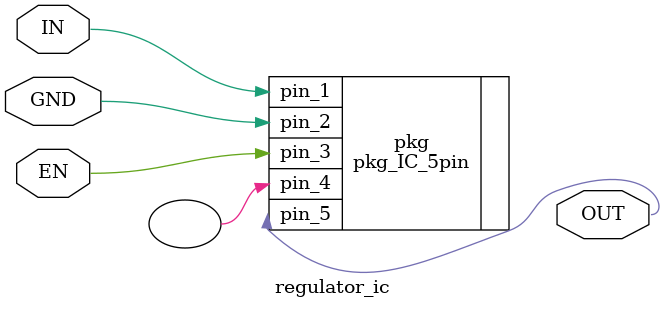
<source format=v>
module regulator_ic (IN, OUT, GND, EN);

input IN, GND, EN;
output OUT;

pkg_IC_5pin pkg (.pin_1(IN),
		 .pin_2(GND),
		 .pin_3(EN),
		 .pin_4(),	/* no connect */
		 .pin_5(OUT)
	);

endmodule

</source>
